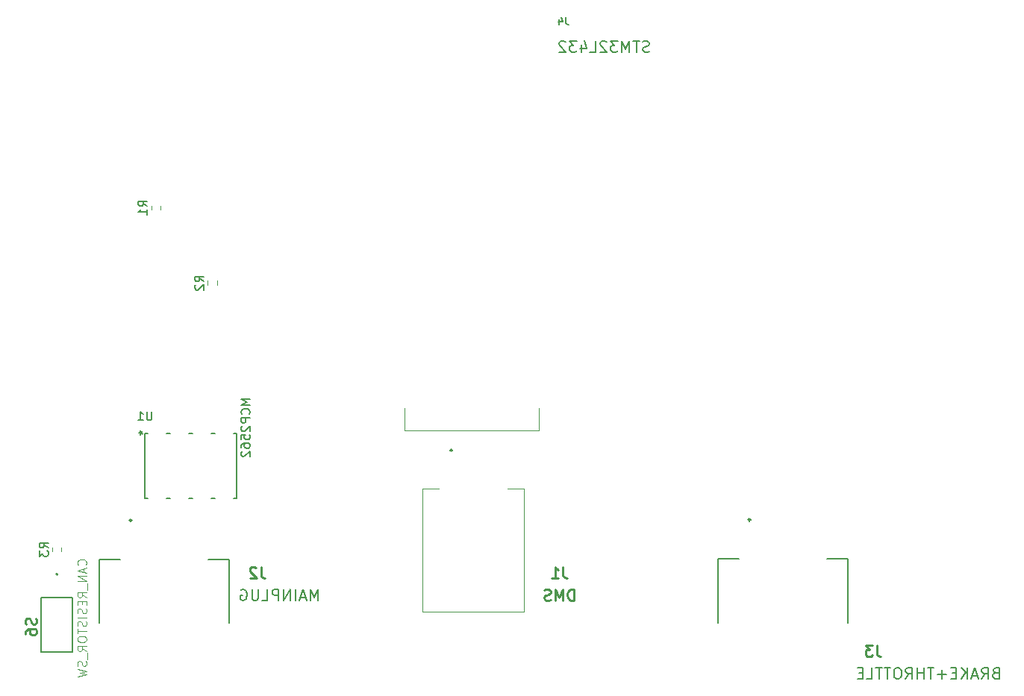
<source format=gbo>
G04 #@! TF.GenerationSoftware,KiCad,Pcbnew,(5.1.9-0-10_14)*
G04 #@! TF.CreationDate,2021-01-09T19:18:04-08:00*
G04 #@! TF.ProjectId,schematic,73636865-6d61-4746-9963-2e6b69636164,rev?*
G04 #@! TF.SameCoordinates,Original*
G04 #@! TF.FileFunction,Legend,Bot*
G04 #@! TF.FilePolarity,Positive*
%FSLAX46Y46*%
G04 Gerber Fmt 4.6, Leading zero omitted, Abs format (unit mm)*
G04 Created by KiCad (PCBNEW (5.1.9-0-10_14)) date 2021-01-09 19:18:04*
%MOMM*%
%LPD*%
G01*
G04 APERTURE LIST*
%ADD10C,0.120000*%
%ADD11C,0.250000*%
%ADD12C,0.150000*%
%ADD13C,0.100000*%
%ADD14C,0.200000*%
%ADD15C,0.152400*%
%ADD16C,0.127000*%
%ADD17C,0.254000*%
G04 APERTURE END LIST*
D10*
X106306279Y-117735082D02*
X106306279Y-118209598D01*
X107351279Y-117735082D02*
X107351279Y-118209598D01*
X123945120Y-87489262D02*
X123945120Y-87963778D01*
X124990120Y-87489262D02*
X124990120Y-87963778D01*
X117536700Y-78952742D02*
X117536700Y-79427258D01*
X118581700Y-78952742D02*
X118581700Y-79427258D01*
X161521140Y-101925120D02*
X161521140Y-104465120D01*
X161521140Y-104465120D02*
X146281140Y-104465120D01*
X146281140Y-104465120D02*
X146281140Y-101925120D01*
D11*
X185521000Y-114608000D02*
G75*
G03*
X185521000Y-114608000I-125000J0D01*
G01*
D12*
X196571000Y-126293000D02*
X196571000Y-119058000D01*
X181831000Y-126293000D02*
X181831000Y-119058000D01*
X184191000Y-119058000D02*
X181831000Y-119058000D01*
X196571000Y-119058000D02*
X194211000Y-119058000D01*
D11*
X115315000Y-114666000D02*
G75*
G03*
X115315000Y-114666000I-125000J0D01*
G01*
D12*
X126365000Y-126351000D02*
X126365000Y-119116000D01*
X111625000Y-126351000D02*
X111625000Y-119116000D01*
X113985000Y-119116000D02*
X111625000Y-119116000D01*
X126365000Y-119116000D02*
X124005000Y-119116000D01*
D13*
X150126240Y-111110960D02*
X148341240Y-111110960D01*
X148341240Y-111110960D02*
X148341240Y-125010960D01*
X148341240Y-125010960D02*
X159791240Y-125010960D01*
X159791240Y-125010960D02*
X159791240Y-111110960D01*
X159791240Y-111110960D02*
X157926240Y-111110960D01*
D14*
X151466240Y-106715960D02*
X151466240Y-106715960D01*
X151666240Y-106715960D02*
X151666240Y-106715960D01*
X151466240Y-106715960D02*
G75*
G03*
X151666240Y-106715960I100000J0D01*
G01*
X151666240Y-106715960D02*
G75*
G03*
X151466240Y-106715960I-100000J0D01*
G01*
D15*
X117132439Y-112209000D02*
X116810000Y-112209000D01*
X119672439Y-112209000D02*
X119281561Y-112209000D01*
X122212439Y-112209000D02*
X121821561Y-112209000D01*
X124752439Y-112209000D02*
X124361561Y-112209000D01*
X126901561Y-104843000D02*
X127224000Y-104843000D01*
X124361561Y-104843000D02*
X124752439Y-104843000D01*
X121821561Y-104843000D02*
X122212439Y-104843000D01*
X119289040Y-104843000D02*
X119672439Y-104843000D01*
X116810000Y-104843000D02*
X117124960Y-104843000D01*
X116810000Y-112209000D02*
X116810000Y-104843000D01*
X127224000Y-112209000D02*
X126901561Y-112209000D01*
X127224000Y-104843000D02*
X127224000Y-112209000D01*
D14*
X106942100Y-120797760D02*
G75*
G03*
X106942100Y-120797760I-100000J0D01*
G01*
D16*
X108612100Y-123447760D02*
X105072100Y-123447760D01*
X108612100Y-129647760D02*
X108612100Y-123447760D01*
X105072100Y-129647760D02*
X108612100Y-129647760D01*
X105072100Y-123447760D02*
X105072100Y-129647760D01*
D12*
X105851159Y-117805673D02*
X105374969Y-117472340D01*
X105851159Y-117234244D02*
X104851159Y-117234244D01*
X104851159Y-117615197D01*
X104898779Y-117710435D01*
X104946398Y-117758054D01*
X105041636Y-117805673D01*
X105184493Y-117805673D01*
X105279731Y-117758054D01*
X105327350Y-117710435D01*
X105374969Y-117615197D01*
X105374969Y-117234244D01*
X104851159Y-118139006D02*
X104851159Y-118758054D01*
X105232112Y-118424720D01*
X105232112Y-118567578D01*
X105279731Y-118662816D01*
X105327350Y-118710435D01*
X105422588Y-118758054D01*
X105660683Y-118758054D01*
X105755921Y-118710435D01*
X105803540Y-118662816D01*
X105851159Y-118567578D01*
X105851159Y-118281863D01*
X105803540Y-118186625D01*
X105755921Y-118139006D01*
X123490000Y-87559853D02*
X123013810Y-87226520D01*
X123490000Y-86988424D02*
X122490000Y-86988424D01*
X122490000Y-87369377D01*
X122537620Y-87464615D01*
X122585239Y-87512234D01*
X122680477Y-87559853D01*
X122823334Y-87559853D01*
X122918572Y-87512234D01*
X122966191Y-87464615D01*
X123013810Y-87369377D01*
X123013810Y-86988424D01*
X122585239Y-87940805D02*
X122537620Y-87988424D01*
X122490000Y-88083662D01*
X122490000Y-88321758D01*
X122537620Y-88416996D01*
X122585239Y-88464615D01*
X122680477Y-88512234D01*
X122775715Y-88512234D01*
X122918572Y-88464615D01*
X123490000Y-87893186D01*
X123490000Y-88512234D01*
X117081580Y-79023333D02*
X116605390Y-78690000D01*
X117081580Y-78451904D02*
X116081580Y-78451904D01*
X116081580Y-78832857D01*
X116129200Y-78928095D01*
X116176819Y-78975714D01*
X116272057Y-79023333D01*
X116414914Y-79023333D01*
X116510152Y-78975714D01*
X116557771Y-78928095D01*
X116605390Y-78832857D01*
X116605390Y-78451904D01*
X117081580Y-79975714D02*
X117081580Y-79404285D01*
X117081580Y-79690000D02*
X116081580Y-79690000D01*
X116224438Y-79594761D01*
X116319676Y-79499523D01*
X116367295Y-79404285D01*
D14*
X164550952Y-57581904D02*
X164550952Y-58153333D01*
X164589047Y-58267619D01*
X164665238Y-58343809D01*
X164779523Y-58381904D01*
X164855714Y-58381904D01*
X163827142Y-57848571D02*
X163827142Y-58381904D01*
X164017619Y-57543809D02*
X164208095Y-58115238D01*
X163712857Y-58115238D01*
D12*
X174020238Y-61474047D02*
X173838809Y-61534523D01*
X173536428Y-61534523D01*
X173415476Y-61474047D01*
X173355000Y-61413571D01*
X173294523Y-61292619D01*
X173294523Y-61171666D01*
X173355000Y-61050714D01*
X173415476Y-60990238D01*
X173536428Y-60929761D01*
X173778333Y-60869285D01*
X173899285Y-60808809D01*
X173959761Y-60748333D01*
X174020238Y-60627380D01*
X174020238Y-60506428D01*
X173959761Y-60385476D01*
X173899285Y-60325000D01*
X173778333Y-60264523D01*
X173475952Y-60264523D01*
X173294523Y-60325000D01*
X172931666Y-60264523D02*
X172205952Y-60264523D01*
X172568809Y-61534523D02*
X172568809Y-60264523D01*
X171782619Y-61534523D02*
X171782619Y-60264523D01*
X171359285Y-61171666D01*
X170935952Y-60264523D01*
X170935952Y-61534523D01*
X170452142Y-60264523D02*
X169665952Y-60264523D01*
X170089285Y-60748333D01*
X169907857Y-60748333D01*
X169786904Y-60808809D01*
X169726428Y-60869285D01*
X169665952Y-60990238D01*
X169665952Y-61292619D01*
X169726428Y-61413571D01*
X169786904Y-61474047D01*
X169907857Y-61534523D01*
X170270714Y-61534523D01*
X170391666Y-61474047D01*
X170452142Y-61413571D01*
X169182142Y-60385476D02*
X169121666Y-60325000D01*
X169000714Y-60264523D01*
X168698333Y-60264523D01*
X168577380Y-60325000D01*
X168516904Y-60385476D01*
X168456428Y-60506428D01*
X168456428Y-60627380D01*
X168516904Y-60808809D01*
X169242619Y-61534523D01*
X168456428Y-61534523D01*
X167307380Y-61534523D02*
X167912142Y-61534523D01*
X167912142Y-60264523D01*
X166339761Y-60687857D02*
X166339761Y-61534523D01*
X166642142Y-60204047D02*
X166944523Y-61111190D01*
X166158333Y-61111190D01*
X165795476Y-60264523D02*
X165009285Y-60264523D01*
X165432619Y-60748333D01*
X165251190Y-60748333D01*
X165130238Y-60808809D01*
X165069761Y-60869285D01*
X165009285Y-60990238D01*
X165009285Y-61292619D01*
X165069761Y-61413571D01*
X165130238Y-61474047D01*
X165251190Y-61534523D01*
X165614047Y-61534523D01*
X165735000Y-61474047D01*
X165795476Y-61413571D01*
X164525476Y-60385476D02*
X164465000Y-60325000D01*
X164344047Y-60264523D01*
X164041666Y-60264523D01*
X163920714Y-60325000D01*
X163860238Y-60385476D01*
X163799761Y-60506428D01*
X163799761Y-60627380D01*
X163860238Y-60808809D01*
X164585952Y-61534523D01*
X163799761Y-61534523D01*
D17*
X199829661Y-128844523D02*
X199829661Y-129751666D01*
X199890138Y-129933095D01*
X200011090Y-130054047D01*
X200192519Y-130114523D01*
X200313471Y-130114523D01*
X199345852Y-128844523D02*
X198559661Y-128844523D01*
X198982995Y-129328333D01*
X198801566Y-129328333D01*
X198680614Y-129388809D01*
X198620138Y-129449285D01*
X198559661Y-129570238D01*
X198559661Y-129872619D01*
X198620138Y-129993571D01*
X198680614Y-130054047D01*
X198801566Y-130114523D01*
X199164423Y-130114523D01*
X199285376Y-130054047D01*
X199345852Y-129993571D01*
D12*
X213329761Y-131989285D02*
X213148333Y-132049761D01*
X213087857Y-132110238D01*
X213027380Y-132231190D01*
X213027380Y-132412619D01*
X213087857Y-132533571D01*
X213148333Y-132594047D01*
X213269285Y-132654523D01*
X213753095Y-132654523D01*
X213753095Y-131384523D01*
X213329761Y-131384523D01*
X213208809Y-131445000D01*
X213148333Y-131505476D01*
X213087857Y-131626428D01*
X213087857Y-131747380D01*
X213148333Y-131868333D01*
X213208809Y-131928809D01*
X213329761Y-131989285D01*
X213753095Y-131989285D01*
X211757380Y-132654523D02*
X212180714Y-132049761D01*
X212483095Y-132654523D02*
X212483095Y-131384523D01*
X211999285Y-131384523D01*
X211878333Y-131445000D01*
X211817857Y-131505476D01*
X211757380Y-131626428D01*
X211757380Y-131807857D01*
X211817857Y-131928809D01*
X211878333Y-131989285D01*
X211999285Y-132049761D01*
X212483095Y-132049761D01*
X211273571Y-132291666D02*
X210668809Y-132291666D01*
X211394523Y-132654523D02*
X210971190Y-131384523D01*
X210547857Y-132654523D01*
X210124523Y-132654523D02*
X210124523Y-131384523D01*
X209398809Y-132654523D02*
X209943095Y-131928809D01*
X209398809Y-131384523D02*
X210124523Y-132110238D01*
X208854523Y-131989285D02*
X208431190Y-131989285D01*
X208249761Y-132654523D02*
X208854523Y-132654523D01*
X208854523Y-131384523D01*
X208249761Y-131384523D01*
X207705476Y-132170714D02*
X206737857Y-132170714D01*
X207221666Y-132654523D02*
X207221666Y-131686904D01*
X206314523Y-131384523D02*
X205588809Y-131384523D01*
X205951666Y-132654523D02*
X205951666Y-131384523D01*
X205165476Y-132654523D02*
X205165476Y-131384523D01*
X205165476Y-131989285D02*
X204439761Y-131989285D01*
X204439761Y-132654523D02*
X204439761Y-131384523D01*
X203109285Y-132654523D02*
X203532619Y-132049761D01*
X203835000Y-132654523D02*
X203835000Y-131384523D01*
X203351190Y-131384523D01*
X203230238Y-131445000D01*
X203169761Y-131505476D01*
X203109285Y-131626428D01*
X203109285Y-131807857D01*
X203169761Y-131928809D01*
X203230238Y-131989285D01*
X203351190Y-132049761D01*
X203835000Y-132049761D01*
X202323095Y-131384523D02*
X202081190Y-131384523D01*
X201960238Y-131445000D01*
X201839285Y-131565952D01*
X201778809Y-131807857D01*
X201778809Y-132231190D01*
X201839285Y-132473095D01*
X201960238Y-132594047D01*
X202081190Y-132654523D01*
X202323095Y-132654523D01*
X202444047Y-132594047D01*
X202565000Y-132473095D01*
X202625476Y-132231190D01*
X202625476Y-131807857D01*
X202565000Y-131565952D01*
X202444047Y-131445000D01*
X202323095Y-131384523D01*
X201415952Y-131384523D02*
X200690238Y-131384523D01*
X201053095Y-132654523D02*
X201053095Y-131384523D01*
X200448333Y-131384523D02*
X199722619Y-131384523D01*
X200085476Y-132654523D02*
X200085476Y-131384523D01*
X198694523Y-132654523D02*
X199299285Y-132654523D01*
X199299285Y-131384523D01*
X198271190Y-131989285D02*
X197847857Y-131989285D01*
X197666428Y-132654523D02*
X198271190Y-132654523D01*
X198271190Y-131384523D01*
X197666428Y-131384523D01*
D17*
X129979661Y-119954523D02*
X129979661Y-120861666D01*
X130040138Y-121043095D01*
X130161090Y-121164047D01*
X130342519Y-121224523D01*
X130463471Y-121224523D01*
X129435376Y-120075476D02*
X129374900Y-120015000D01*
X129253947Y-119954523D01*
X128951566Y-119954523D01*
X128830614Y-120015000D01*
X128770138Y-120075476D01*
X128709661Y-120196428D01*
X128709661Y-120317380D01*
X128770138Y-120498809D01*
X129495852Y-121224523D01*
X128709661Y-121224523D01*
D12*
X136464523Y-123764523D02*
X136464523Y-122494523D01*
X136041190Y-123401666D01*
X135617857Y-122494523D01*
X135617857Y-123764523D01*
X135073571Y-123401666D02*
X134468809Y-123401666D01*
X135194523Y-123764523D02*
X134771190Y-122494523D01*
X134347857Y-123764523D01*
X133924523Y-123764523D02*
X133924523Y-122494523D01*
X133319761Y-123764523D02*
X133319761Y-122494523D01*
X132594047Y-123764523D01*
X132594047Y-122494523D01*
X131989285Y-123764523D02*
X131989285Y-122494523D01*
X131505476Y-122494523D01*
X131384523Y-122555000D01*
X131324047Y-122615476D01*
X131263571Y-122736428D01*
X131263571Y-122917857D01*
X131324047Y-123038809D01*
X131384523Y-123099285D01*
X131505476Y-123159761D01*
X131989285Y-123159761D01*
X130114523Y-123764523D02*
X130719285Y-123764523D01*
X130719285Y-122494523D01*
X129691190Y-122494523D02*
X129691190Y-123522619D01*
X129630714Y-123643571D01*
X129570238Y-123704047D01*
X129449285Y-123764523D01*
X129207380Y-123764523D01*
X129086428Y-123704047D01*
X129025952Y-123643571D01*
X128965476Y-123522619D01*
X128965476Y-122494523D01*
X127695476Y-122555000D02*
X127816428Y-122494523D01*
X127997857Y-122494523D01*
X128179285Y-122555000D01*
X128300238Y-122675952D01*
X128360714Y-122796904D01*
X128421190Y-123038809D01*
X128421190Y-123220238D01*
X128360714Y-123462142D01*
X128300238Y-123583095D01*
X128179285Y-123704047D01*
X127997857Y-123764523D01*
X127876904Y-123764523D01*
X127695476Y-123704047D01*
X127635000Y-123643571D01*
X127635000Y-123220238D01*
X127876904Y-123220238D01*
D17*
X164253333Y-119954523D02*
X164253333Y-120861666D01*
X164313809Y-121043095D01*
X164434761Y-121164047D01*
X164616190Y-121224523D01*
X164737142Y-121224523D01*
X162983333Y-121224523D02*
X163709047Y-121224523D01*
X163346190Y-121224523D02*
X163346190Y-119954523D01*
X163467142Y-120135952D01*
X163588095Y-120256904D01*
X163709047Y-120317380D01*
X165493095Y-123764523D02*
X165493095Y-122494523D01*
X165190714Y-122494523D01*
X165009285Y-122555000D01*
X164888333Y-122675952D01*
X164827857Y-122796904D01*
X164767380Y-123038809D01*
X164767380Y-123220238D01*
X164827857Y-123462142D01*
X164888333Y-123583095D01*
X165009285Y-123704047D01*
X165190714Y-123764523D01*
X165493095Y-123764523D01*
X164223095Y-123764523D02*
X164223095Y-122494523D01*
X163799761Y-123401666D01*
X163376428Y-122494523D01*
X163376428Y-123764523D01*
X162832142Y-123704047D02*
X162650714Y-123764523D01*
X162348333Y-123764523D01*
X162227380Y-123704047D01*
X162166904Y-123643571D01*
X162106428Y-123522619D01*
X162106428Y-123401666D01*
X162166904Y-123280714D01*
X162227380Y-123220238D01*
X162348333Y-123159761D01*
X162590238Y-123099285D01*
X162711190Y-123038809D01*
X162771666Y-122978333D01*
X162832142Y-122857380D01*
X162832142Y-122736428D01*
X162771666Y-122615476D01*
X162711190Y-122555000D01*
X162590238Y-122494523D01*
X162287857Y-122494523D01*
X162106428Y-122555000D01*
D12*
X117601904Y-102322380D02*
X117601904Y-103131904D01*
X117554285Y-103227142D01*
X117506666Y-103274761D01*
X117411428Y-103322380D01*
X117220952Y-103322380D01*
X117125714Y-103274761D01*
X117078095Y-103227142D01*
X117030476Y-103131904D01*
X117030476Y-102322380D01*
X116030476Y-103322380D02*
X116601904Y-103322380D01*
X116316190Y-103322380D02*
X116316190Y-102322380D01*
X116411428Y-102465238D01*
X116506666Y-102560476D01*
X116601904Y-102608095D01*
X128722380Y-100901904D02*
X127722380Y-100901904D01*
X128436666Y-101235238D01*
X127722380Y-101568571D01*
X128722380Y-101568571D01*
X128627142Y-102616190D02*
X128674761Y-102568571D01*
X128722380Y-102425714D01*
X128722380Y-102330476D01*
X128674761Y-102187619D01*
X128579523Y-102092380D01*
X128484285Y-102044761D01*
X128293809Y-101997142D01*
X128150952Y-101997142D01*
X127960476Y-102044761D01*
X127865238Y-102092380D01*
X127770000Y-102187619D01*
X127722380Y-102330476D01*
X127722380Y-102425714D01*
X127770000Y-102568571D01*
X127817619Y-102616190D01*
X128722380Y-103044761D02*
X127722380Y-103044761D01*
X127722380Y-103425714D01*
X127770000Y-103520952D01*
X127817619Y-103568571D01*
X127912857Y-103616190D01*
X128055714Y-103616190D01*
X128150952Y-103568571D01*
X128198571Y-103520952D01*
X128246190Y-103425714D01*
X128246190Y-103044761D01*
X127817619Y-103997142D02*
X127770000Y-104044761D01*
X127722380Y-104140000D01*
X127722380Y-104378095D01*
X127770000Y-104473333D01*
X127817619Y-104520952D01*
X127912857Y-104568571D01*
X128008095Y-104568571D01*
X128150952Y-104520952D01*
X128722380Y-103949523D01*
X128722380Y-104568571D01*
X127722380Y-105473333D02*
X127722380Y-104997142D01*
X128198571Y-104949523D01*
X128150952Y-104997142D01*
X128103333Y-105092380D01*
X128103333Y-105330476D01*
X128150952Y-105425714D01*
X128198571Y-105473333D01*
X128293809Y-105520952D01*
X128531904Y-105520952D01*
X128627142Y-105473333D01*
X128674761Y-105425714D01*
X128722380Y-105330476D01*
X128722380Y-105092380D01*
X128674761Y-104997142D01*
X128627142Y-104949523D01*
X127722380Y-106378095D02*
X127722380Y-106187619D01*
X127770000Y-106092380D01*
X127817619Y-106044761D01*
X127960476Y-105949523D01*
X128150952Y-105901904D01*
X128531904Y-105901904D01*
X128627142Y-105949523D01*
X128674761Y-105997142D01*
X128722380Y-106092380D01*
X128722380Y-106282857D01*
X128674761Y-106378095D01*
X128627142Y-106425714D01*
X128531904Y-106473333D01*
X128293809Y-106473333D01*
X128198571Y-106425714D01*
X128150952Y-106378095D01*
X128103333Y-106282857D01*
X128103333Y-106092380D01*
X128150952Y-105997142D01*
X128198571Y-105949523D01*
X128293809Y-105901904D01*
X127817619Y-106854285D02*
X127770000Y-106901904D01*
X127722380Y-106997142D01*
X127722380Y-107235238D01*
X127770000Y-107330476D01*
X127817619Y-107378095D01*
X127912857Y-107425714D01*
X128008095Y-107425714D01*
X128150952Y-107378095D01*
X128722380Y-106806666D01*
X128722380Y-107425714D01*
X116148080Y-104716000D02*
X116386176Y-104716000D01*
X116290938Y-104477904D02*
X116386176Y-104716000D01*
X116290938Y-104954095D01*
X116576652Y-104573142D02*
X116386176Y-104716000D01*
X116576652Y-104858857D01*
X116148080Y-104716000D02*
X116386176Y-104716000D01*
X116290938Y-104477904D02*
X116386176Y-104716000D01*
X116290938Y-104954095D01*
X116576652Y-104573142D02*
X116386176Y-104716000D01*
X116576652Y-104858857D01*
D11*
X104463052Y-125770379D02*
X104522576Y-125948950D01*
X104522576Y-126246569D01*
X104463052Y-126365617D01*
X104403528Y-126425140D01*
X104284480Y-126484664D01*
X104165433Y-126484664D01*
X104046385Y-126425140D01*
X103986861Y-126365617D01*
X103927338Y-126246569D01*
X103867814Y-126008474D01*
X103808290Y-125889426D01*
X103748766Y-125829902D01*
X103629719Y-125770379D01*
X103510671Y-125770379D01*
X103391623Y-125829902D01*
X103332100Y-125889426D01*
X103272576Y-126008474D01*
X103272576Y-126306093D01*
X103332100Y-126484664D01*
X103272576Y-127556093D02*
X103272576Y-127317998D01*
X103332100Y-127198950D01*
X103391623Y-127139426D01*
X103570195Y-127020379D01*
X103808290Y-126960855D01*
X104284480Y-126960855D01*
X104403528Y-127020379D01*
X104463052Y-127079902D01*
X104522576Y-127198950D01*
X104522576Y-127437045D01*
X104463052Y-127556093D01*
X104403528Y-127615617D01*
X104284480Y-127675140D01*
X103986861Y-127675140D01*
X103867814Y-127615617D01*
X103808290Y-127556093D01*
X103748766Y-127437045D01*
X103748766Y-127198950D01*
X103808290Y-127079902D01*
X103867814Y-127020379D01*
X103986861Y-126960855D01*
D13*
X110084242Y-119730000D02*
X110131861Y-119682380D01*
X110179480Y-119539523D01*
X110179480Y-119444285D01*
X110131861Y-119301428D01*
X110036623Y-119206190D01*
X109941385Y-119158571D01*
X109750909Y-119110952D01*
X109608052Y-119110952D01*
X109417576Y-119158571D01*
X109322338Y-119206190D01*
X109227100Y-119301428D01*
X109179480Y-119444285D01*
X109179480Y-119539523D01*
X109227100Y-119682380D01*
X109274719Y-119730000D01*
X109893766Y-120110952D02*
X109893766Y-120587142D01*
X110179480Y-120015714D02*
X109179480Y-120349047D01*
X110179480Y-120682380D01*
X110179480Y-121015714D02*
X109179480Y-121015714D01*
X110179480Y-121587142D01*
X109179480Y-121587142D01*
X110274719Y-121825238D02*
X110274719Y-122587142D01*
X110179480Y-123396666D02*
X109703290Y-123063333D01*
X110179480Y-122825238D02*
X109179480Y-122825238D01*
X109179480Y-123206190D01*
X109227100Y-123301428D01*
X109274719Y-123349047D01*
X109369957Y-123396666D01*
X109512814Y-123396666D01*
X109608052Y-123349047D01*
X109655671Y-123301428D01*
X109703290Y-123206190D01*
X109703290Y-122825238D01*
X109655671Y-123825238D02*
X109655671Y-124158571D01*
X110179480Y-124301428D02*
X110179480Y-123825238D01*
X109179480Y-123825238D01*
X109179480Y-124301428D01*
X110131861Y-124682380D02*
X110179480Y-124825238D01*
X110179480Y-125063333D01*
X110131861Y-125158571D01*
X110084242Y-125206190D01*
X109989004Y-125253809D01*
X109893766Y-125253809D01*
X109798528Y-125206190D01*
X109750909Y-125158571D01*
X109703290Y-125063333D01*
X109655671Y-124872857D01*
X109608052Y-124777619D01*
X109560433Y-124729999D01*
X109465195Y-124682380D01*
X109369957Y-124682380D01*
X109274719Y-124729999D01*
X109227100Y-124777619D01*
X109179480Y-124872857D01*
X109179480Y-125110952D01*
X109227100Y-125253809D01*
X110179480Y-125682380D02*
X109179480Y-125682380D01*
X110131861Y-126110952D02*
X110179480Y-126253809D01*
X110179480Y-126491904D01*
X110131861Y-126587142D01*
X110084242Y-126634761D01*
X109989004Y-126682380D01*
X109893766Y-126682380D01*
X109798528Y-126634761D01*
X109750909Y-126587142D01*
X109703290Y-126491904D01*
X109655671Y-126301428D01*
X109608052Y-126206190D01*
X109560433Y-126158571D01*
X109465195Y-126110952D01*
X109369957Y-126110952D01*
X109274719Y-126158571D01*
X109227100Y-126206190D01*
X109179480Y-126301428D01*
X109179480Y-126539523D01*
X109227100Y-126682380D01*
X109179480Y-126968095D02*
X109179480Y-127539523D01*
X110179480Y-127253809D02*
X109179480Y-127253809D01*
X109179480Y-128063333D02*
X109179480Y-128253809D01*
X109227100Y-128349047D01*
X109322338Y-128444285D01*
X109512814Y-128491904D01*
X109846147Y-128491904D01*
X110036623Y-128444285D01*
X110131861Y-128349047D01*
X110179480Y-128253809D01*
X110179480Y-128063333D01*
X110131861Y-127968095D01*
X110036623Y-127872857D01*
X109846147Y-127825238D01*
X109512814Y-127825238D01*
X109322338Y-127872857D01*
X109227100Y-127968095D01*
X109179480Y-128063333D01*
X110179480Y-129491904D02*
X109703290Y-129158571D01*
X110179480Y-128920476D02*
X109179480Y-128920476D01*
X109179480Y-129301428D01*
X109227100Y-129396666D01*
X109274719Y-129444285D01*
X109369957Y-129491904D01*
X109512814Y-129491904D01*
X109608052Y-129444285D01*
X109655671Y-129396666D01*
X109703290Y-129301428D01*
X109703290Y-128920476D01*
X110274719Y-129682380D02*
X110274719Y-130444285D01*
X110131861Y-130634761D02*
X110179480Y-130777619D01*
X110179480Y-131015714D01*
X110131861Y-131110952D01*
X110084242Y-131158571D01*
X109989004Y-131206190D01*
X109893766Y-131206190D01*
X109798528Y-131158571D01*
X109750909Y-131110952D01*
X109703290Y-131015714D01*
X109655671Y-130825238D01*
X109608052Y-130729999D01*
X109560433Y-130682380D01*
X109465195Y-130634761D01*
X109369957Y-130634761D01*
X109274719Y-130682380D01*
X109227100Y-130729999D01*
X109179480Y-130825238D01*
X109179480Y-131063333D01*
X109227100Y-131206190D01*
X109179480Y-131539523D02*
X110179480Y-131777619D01*
X109465195Y-131968095D01*
X110179480Y-132158571D01*
X109179480Y-132396666D01*
M02*

</source>
